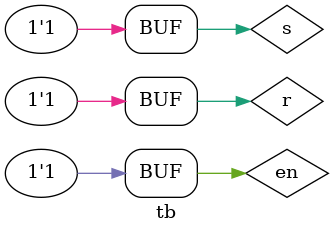
<source format=v>
module tb;
  reg s,r,en;
  wire q;

srlatch s1(s,r,en ,q);

initial
 begin
  $monitor($time,s,r,en,q);
   en=0;s=0;r=0;
 #5 en=0;s=0;r=1;
 #5 en=0;s=1;r=0;
 #5 en=0;s=1;r=1;
 #5 en=1;s=0;r=0;
 #5 en=1;s=0;r=1;
 #5 en=1;s=1;r=0;
 #5 en=1;s=1;r=1;
 
 end
 
 
endmodule
</source>
